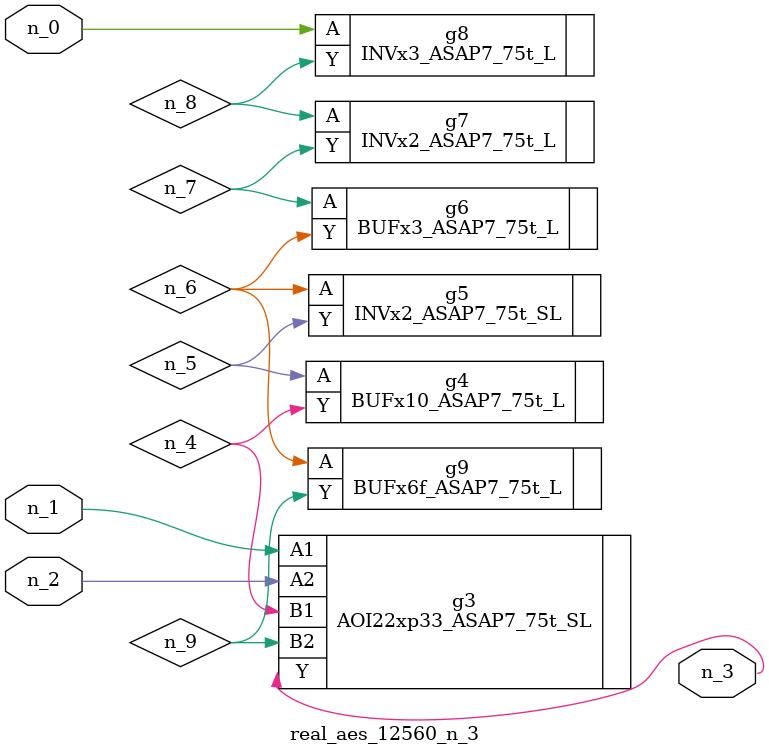
<source format=v>
module real_aes_12560_n_3 (n_0, n_2, n_1, n_3);
input n_0;
input n_2;
input n_1;
output n_3;
wire n_4;
wire n_5;
wire n_7;
wire n_9;
wire n_6;
wire n_8;
INVx3_ASAP7_75t_L g8 ( .A(n_0), .Y(n_8) );
AOI22xp33_ASAP7_75t_SL g3 ( .A1(n_1), .A2(n_2), .B1(n_4), .B2(n_9), .Y(n_3) );
BUFx10_ASAP7_75t_L g4 ( .A(n_5), .Y(n_4) );
INVx2_ASAP7_75t_SL g5 ( .A(n_6), .Y(n_5) );
BUFx6f_ASAP7_75t_L g9 ( .A(n_6), .Y(n_9) );
BUFx3_ASAP7_75t_L g6 ( .A(n_7), .Y(n_6) );
INVx2_ASAP7_75t_L g7 ( .A(n_8), .Y(n_7) );
endmodule
</source>
